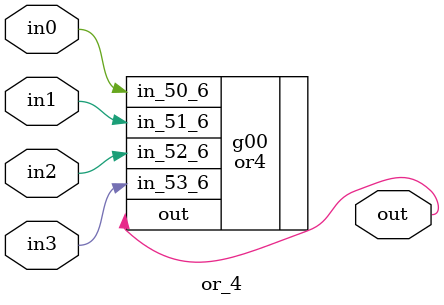
<source format=v>
module or_4 (
    in0, in1, in2, in3, out
);

    input in0, in1, in2, in3;
    output out;

    or4 g00 (.in_50_6(in0), .in_51_6(in1), .in_52_6(in2), .in_53_6(in3), .out(out));

endmodule

</source>
